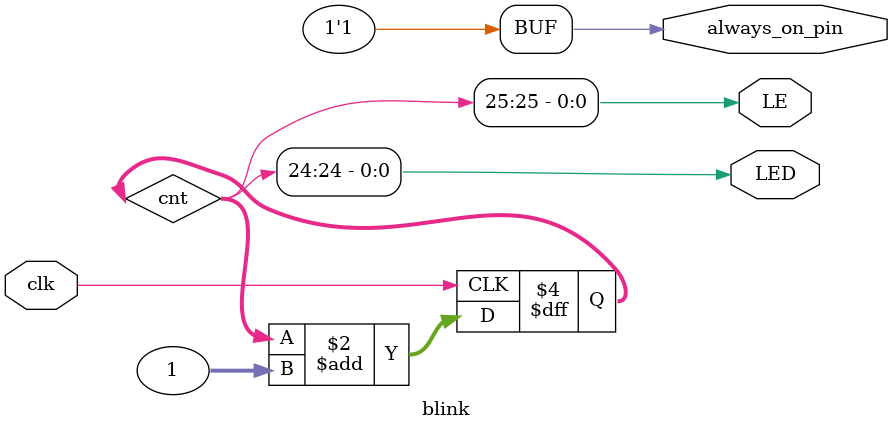
<source format=v>
module blink (
    input wire clk, 
    output wire LED, 
    output wire LE,
    output wire always_on_pin
);

reg [31:0] cnt;

initial begin
    cnt <= 32'h00000000; 
end

always @(posedge clk) begin
    cnt <= cnt + 1; 
end

assign LED = cnt[24];
assign LE = cnt[25];
assign always_on_pin = 1'b1; // Always set to high

endmodule

</source>
